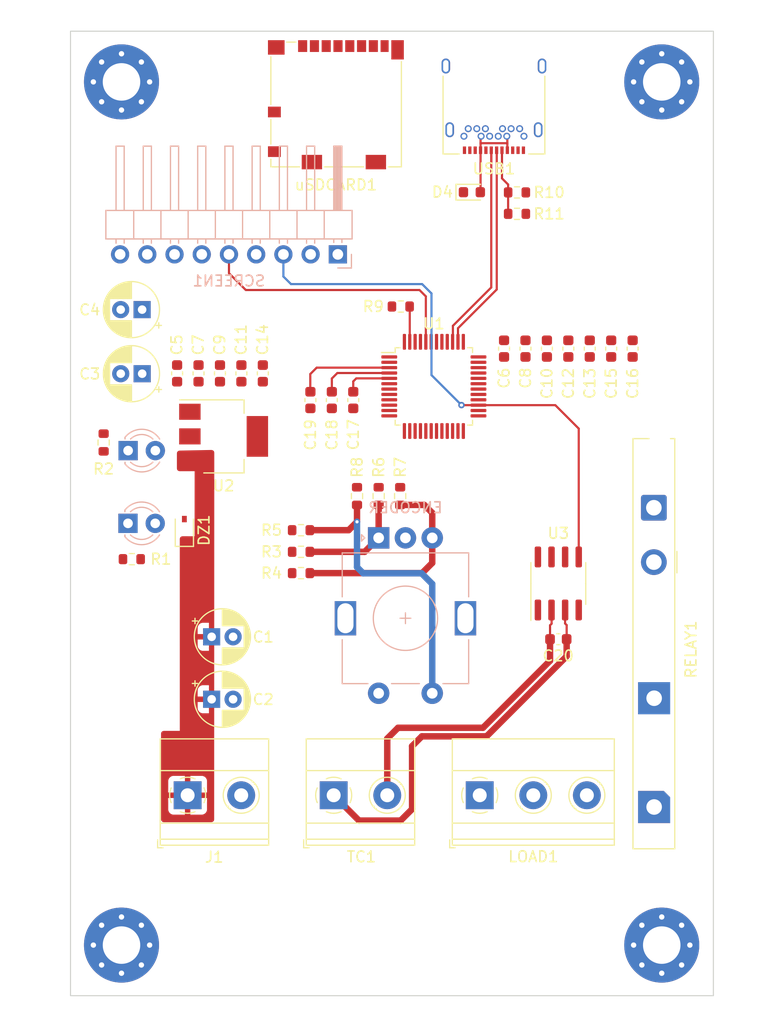
<source format=kicad_pcb>
(kicad_pcb (version 20211014) (generator pcbnew)
  (layers (0 "F.Cu" signal) (31 "B.Cu" signal) (34 "B.Paste" user) (35 "F.Paste" user) (36 "B.SilkS" user "B.Silkscreen") (37 "F.SilkS" user "F.Silkscreen") (38 "B.Mask" user) (39 "F.Mask" user) (44 "Edge.Cuts" user))
  (net 0 "")
  (net 1 "Net-(R4-Pad2)")
  (net 2 "Net-(R3-Pad2)")
  (net 3 "GND")
  (net 4 "Net-(R5-Pad2)")
  (net 5 "Net-(D2-Pad1)")
  (net 6 "Net-(D3-Pad1)")
  (net 7 "+3V3")
  (net 8 "/~{ENC_A}")
  (net 9 "/~{ENC_B}")
  (net 10 "/~{ENC_S}")
  (net 11 "Net-(R9-Pad2)")
  (net 12 "Net-(R10-Pad2)")
  (net 13 "/PWR")
  (net 14 "Net-(C20-Pad2)")
  (net 15 "Net-(C20-Pad1)")
  (net 16 "SCLK")
  (net 17 "/~{TH_CS}")
  (net 18 "MISO")
  (net 20 "+1V8")
  (net 28 "/SD_CS")
  (net 29 "SC_CS")
  (net 31 "MOSI")
  (net 34 "Net-(RELAY1-Pad3)")
  (net 37 "BL")
  (net 38 "DC")
  (net 39 "RES")
  (net 40 "/USB_D+")
  (net 41 "/USB_D-")
  (net 45 "/LOADL")
  (net 46 "/LOADN")
  (net 47 "Net-(D2-Pad2)")
  (net 48 "/USB_VBUS")
  (footprint "Resistor_SMD:R_0603_1608Metric" (layer "F.Cu") (at 139.51 108.58)
    (fp_text reference "R3" (at -2.75 0) (layer "F.SilkS"))
    (fp_text value "1K")
    (pad "1" smd roundrect (at -0.825 0) (size 0.8 0.95) (layers "F.Cu" "F.Paste" "F.Mask") (net 7 "+3V3"))
    (pad "2" smd roundrect (at 0.825 0) (size 0.8 0.95) (layers "F.Cu" "F.Paste" "F.Mask") (net 2 "Net-(R3-Pad2)"))
  )
  (footprint "Resistor_SMD:R_0603_1608Metric" (layer "F.Cu") (at 148.768 103.38 90)
    (fp_text reference "R7" (at 2.69 0.006 90) (layer "F.SilkS"))
    (fp_text value "10K")
    (pad "1" smd roundrect (at -0.825 0 90) (size 0.8 0.95) (layers "F.Cu" "F.Paste" "F.Mask") (net 1 "Net-(R4-Pad2)"))
    (pad "2" smd roundrect (at 0.825 0 90) (size 0.8 0.95) (layers "F.Cu" "F.Paste" "F.Mask") (net 9 "/~{ENC_B}"))
  )
  (footprint "SolidStateRelay:IXYS CPC40055ST" (layer "F.Cu") (at 168.72 117.6925 -90)
    (fp_text reference "RELAY1" (at 0 -7.1875 90 unlocked) (layer "F.SilkS"))
    (fp_text value "CPC40055ST")
    (pad "1" thru_hole roundrect (at 14.7 -3.75 270) (size 3 3) (drill 1.45) (layers *.Cu *.Mask) (roundrect_rratio 0) (chamfer_ratio 0.2) (chamfer top_left) (net 45 "/LOADL"))
    (pad "2" thru_hole rect (at 4.55 -3.75 270) (size 3 3) (drill 1.45) (layers *.Cu *.Mask) (net 46 "/LOADN"))
    (pad "3" thru_hole circle (at -8.15 -3.725 270) (size 2.4 2.4) (drill 1.45) (layers *.Cu *.Mask) (net 34 "Net-(RELAY1-Pad3)"))
    (pad "4" thru_hole roundrect (at -13.225 -3.725 270) (size 2.4 2.4) (drill 1.45) (layers *.Cu *.Mask) (roundrect_rratio 0.104) (net 3 "GND"))
  )
  (footprint "Resistor_SMD:R_0603_1608Metric" (layer "F.Cu") (at 159.67 75.0425 180)
    (fp_text reference "R10" (at -3 0) (layer "F.SilkS"))
    (fp_text value "10K")
    (pad "1" smd roundrect (at -0.825 0 180) (size 0.8 0.95) (layers "F.Cu" "F.Paste" "F.Mask") (net 3 "GND"))
    (pad "2" smd roundrect (at 0.825 0 180) (size 0.8 0.95) (layers "F.Cu" "F.Paste" "F.Mask") (net 12 "Net-(R10-Pad2)"))
  )
  (footprint "Resistor_SMD:R_0603_1608Metric" (layer "F.Cu") (at 139.51 110.57)
    (fp_text reference "R4" (at -2.75 0) (layer "F.SilkS"))
    (fp_text value "1K")
    (pad "1" smd roundrect (at -0.825 0) (size 0.8 0.95) (layers "F.Cu" "F.Paste" "F.Mask") (net 7 "+3V3"))
    (pad "2" smd roundrect (at 0.825 0) (size 0.8 0.95) (layers "F.Cu" "F.Paste" "F.Mask") (net 1 "Net-(R4-Pad2)"))
  )
  (footprint "Connector_Card:microSD_HC_Molex_104031-0811" (layer "F.Cu") (at 142.77 66.8375)
    (fp_text reference "uSDCARD1" (at 0 7.5) (layer "F.SilkS"))
    (fp_text value "Micro_SD_Card")
    (pad "1" smd rect (at -3.105 -5.45) (size 0.85 1.1) (layers "F.Cu" "F.Paste" "F.Mask"))
    (pad "2" smd rect (at -2.005 -5.45) (size 0.85 1.1) (layers "F.Cu" "F.Paste" "F.Mask") (net 28 "/SD_CS"))
    (pad "3" smd rect (at -0.905 -5.45) (size 0.85 1.1) (layers "F.Cu" "F.Paste" "F.Mask") (net 31 "MOSI"))
    (pad "4" smd rect (at 0.195 -5.45) (size 0.85 1.1) (layers "F.Cu" "F.Paste" "F.Mask") (net 7 "+3V3"))
    (pad "5" smd rect (at 1.295 -5.45) (size 0.85 1.1) (layers "F.Cu" "F.Paste" "F.Mask") (net 16 "SCLK"))
    (pad "6" smd rect (at 2.395 -5.45) (size 0.85 1.1) (layers "F.Cu" "F.Paste" "F.Mask") (net 3 "GND"))
    (pad "7" smd rect (at 3.495 -5.45) (size 0.85 1.1) (layers "F.Cu" "F.Paste" "F.Mask") (net 18 "MISO"))
    (pad "8" smd rect (at 4.545 -5.45) (size 0.75 1.1) (layers "F.Cu" "F.Paste" "F.Mask"))
    (pad "9" smd rect (at -5.74 0.7) (size 1.2 1) (layers "F.Cu" "F.Paste" "F.Mask") (net 3 "GND"))
    (pad "10" smd rect (at -5.74 4.4) (size 1.2 1) (layers "F.Cu" "F.Paste" "F.Mask"))
    (pad "11" smd rect (at -2.24 5.375) (size 1.9 1.35) (layers "F.Cu" "F.Paste" "F.Mask"))
    (pad "11" smd rect (at 3.73 5.375) (size 1.9 1.35) (layers "F.Cu" "F.Paste" "F.Mask"))
    (pad "11" smd rect (at 5.755 -5.1) (size 1.17 1.8) (layers "F.Cu" "F.Paste" "F.Mask"))
    (pad "11" smd rect (at -5.565 -5.325) (size 1.55 1.35) (layers "F.Cu" "F.Paste" "F.Mask"))
  )
  (footprint "Package_SO:SOIC-8_3.9x4.9mm_P1.27mm" (layer "F.Cu") (at 163.5275 111.535 90)
    (fp_text reference "U3" (at 4.68 0.005 180) (layer "F.SilkS"))
    (fp_text value "MAX6675ISA+")
    (pad "1" smd roundrect (at -2.475 -1.905 90) (size 1.95 0.6) (layers "F.Cu" "F.Paste" "F.Mask") (net 3 "GND"))
    (pad "2" smd roundrect (at -2.475 -0.635 90) (size 1.95 0.6) (layers "F.Cu" "F.Paste" "F.Mask") (net 14 "Net-(C20-Pad2)"))
    (pad "3" smd roundrect (at -2.475 0.635 90) (size 1.95 0.6) (layers "F.Cu" "F.Paste" "F.Mask") (net 15 "Net-(C20-Pad1)"))
    (pad "4" smd roundrect (at -2.475 1.905 90) (size 1.95 0.6) (layers "F.Cu" "F.Paste" "F.Mask") (net 7 "+3V3"))
    (pad "5" smd roundrect (at 2.475 1.905 90) (size 1.95 0.6) (layers "F.Cu" "F.Paste" "F.Mask") (net 16 "SCLK"))
    (pad "6" smd roundrect (at 2.475 0.635 90) (size 1.95 0.6) (layers "F.Cu" "F.Paste" "F.Mask") (net 17 "/~{TH_CS}"))
    (pad "7" smd roundrect (at 2.475 -0.635 90) (size 1.95 0.6) (layers "F.Cu" "F.Paste" "F.Mask") (net 18 "MISO"))
    (pad "8" smd roundrect (at 2.475 -1.905 90) (size 1.95 0.6) (layers "F.Cu" "F.Paste" "F.Mask"))
  )
  (footprint "Capacitor_SMD:C_0603_1608Metric" (layer "F.Cu") (at 168.4625 89.62 90)
    (fp_text reference "C15" (at -3.25 0 90) (layer "F.SilkS"))
    (fp_text value "100nF")
    (pad "1" smd roundrect (at -0.775 0 90) (size 0.9 0.95) (layers "F.Cu" "F.Paste" "F.Mask") (net 20 "+1V8"))
    (pad "2" smd roundrect (at 0.775 0 90) (size 0.9 0.95) (layers "F.Cu" "F.Paste" "F.Mask") (net 3 "GND"))
  )
  (footprint "MountingHole:MountingHole_3.5mm_Pad_Via" (layer "F.Cu") (at 122.76 64.73)
    (fp_text reference "REF**" hide)
    (fp_text value "MountingHole_3.5mm_Pad_Via")
    (pad "1" thru_hole circle (at 0 -2.625) (size 0.8 0.8) (drill 0.5) (layers *.Cu *.Mask))
    (pad "1" thru_hole circle (at 2.625 0) (size 0.8 0.8) (drill 0.5) (layers *.Cu *.Mask))
    (pad "1" thru_hole circle (at 1.856155 1.856155) (size 0.8 0.8) (drill 0.5) (layers *.Cu *.Mask))
    (pad "1" thru_hole circle (at -1.856155 1.856155) (size 0.8 0.8) (drill 0.5) (layers *.Cu *.Mask))
    (pad "1" thru_hole circle (at 0 0) (size 7 7) (drill 3.5) (layers *.Cu *.Mask) (net 3 "GND"))
    (pad "1" thru_hole circle (at -1.856155 -1.856155) (size 0.8 0.8) (drill 0.5) (layers *.Cu *.Mask))
    (pad "1" thru_hole circle (at 1.856155 -1.856155) (size 0.8 0.8) (drill 0.5) (layers *.Cu *.Mask))
    (pad "1" thru_hole circle (at -2.625 0) (size 0.8 0.8) (drill 0.5) (layers *.Cu *.Mask))
    (pad "1" thru_hole circle (at 0 2.625) (size 0.8 0.8) (drill 0.5) (layers *.Cu *.Mask))
  )
  (footprint "Capacitor_SMD:C_0603_1608Metric" (layer "F.Cu") (at 166.4625 89.62 90)
    (fp_text reference "C13" (at -3.25 0 90) (layer "F.SilkS"))
    (fp_text value "100nF")
    (pad "1" smd roundrect (at -0.775 0 90) (size 0.9 0.95) (layers "F.Cu" "F.Paste" "F.Mask") (net 20 "+1V8"))
    (pad "2" smd roundrect (at 0.775 0 90) (size 0.9 0.95) (layers "F.Cu" "F.Paste" "F.Mask") (net 3 "GND"))
  )
  (footprint "Capacitor_SMD:C_0603_1608Metric" (layer "F.Cu") (at 135.95 91.93 90)
    (fp_text reference "C14" (at 3.14 -0.03 90) (layer "F.SilkS"))
    (fp_text value "100nF")
    (pad "1" smd roundrect (at -0.775 0 90) (size 0.9 0.95) (layers "F.Cu" "F.Paste" "F.Mask") (net 7 "+3V3"))
    (pad "2" smd roundrect (at 0.775 0 90) (size 0.9 0.95) (layers "F.Cu" "F.Paste" "F.Mask") (net 3 "GND"))
  )
  (footprint "MountingHole:MountingHole_3.5mm_Pad_Via" (layer "F.Cu") (at 173.18 64.73)
    (fp_text reference "REF**" hide)
    (fp_text value "MountingHole_3.5mm_Pad_Via")
    (pad "1" thru_hole circle (at -2.625 0) (size 0.8 0.8) (drill 0.5) (layers *.Cu *.Mask))
    (pad "1" thru_hole circle (at -1.856155 -1.856155) (size 0.8 0.8) (drill 0.5) (layers *.Cu *.Mask))
    (pad "1" thru_hole circle (at 0 0) (size 7 7) (drill 3.5) (layers *.Cu *.Mask) (net 3 "GND"))
    (pad "1" thru_hole circle (at -1.856155 1.856155) (size 0.8 0.8) (drill 0.5) (layers *.Cu *.Mask))
    (pad "1" thru_hole circle (at 0 2.625) (size 0.8 0.8) (drill 0.5) (layers *.Cu *.Mask))
    (pad "1" thru_hole circle (at 2.625 0) (size 0.8 0.8) (drill 0.5) (layers *.Cu *.Mask))
    (pad "1" thru_hole circle (at 0 -2.625) (size 0.8 0.8) (drill 0.5) (layers *.Cu *.Mask))
    (pad "1" thru_hole circle (at 1.856155 1.856155) (size 0.8 0.8) (drill 0.5) (layers *.Cu *.Mask))
    (pad "1" thru_hole circle (at 1.856155 -1.856155) (size 0.8 0.8) (drill 0.5) (layers *.Cu *.Mask))
  )
  (footprint "Resistor_SMD:R_0603_1608Metric" (layer "F.Cu") (at 144.74 103.38 90)
    (fp_text reference "R8" (at 2.69 0.006 90) (layer "F.SilkS"))
    (fp_text value "10K")
    (pad "1" smd roundrect (at -0.825 0 90) (size 0.8 0.95) (layers "F.Cu" "F.Paste" "F.Mask") (net 4 "Net-(R5-Pad2)"))
    (pad "2" smd roundrect (at 0.825 0 90) (size 0.8 0.95) (layers "F.Cu" "F.Paste" "F.Mask") (net 10 "/~{ENC_S}"))
  )
  (footprint "TerminalBlock_Phoenix:TerminalBlock_Phoenix_MKDS-1,5-2_1x02_P5.00mm_Horizontal" (layer "F.Cu") (at 128.9325 131.2975)
    (fp_text reference "J1" (at 2.48 5.775) (layer "F.SilkS"))
    (fp_text value "Jack-DC")
    (pad "1" thru_hole rect (at 0 0) (size 2.6 2.6) (drill 1.3) (layers *.Cu *.Mask) (net 13 "/PWR"))
    (pad "2" thru_hole circle (at 5 0) (size 2.6 2.6) (drill 1.3) (layers *.Cu *.Mask) (net 3 "GND"))
  )
  (footprint "Capacitor_SMD:C_0603_1608Metric" (layer "F.Cu") (at 162.4625 89.62 90)
    (fp_text reference "C10" (at -3.25 0 90) (layer "F.SilkS"))
    (fp_text value "100nF")
    (pad "1" smd roundrect (at -0.775 0 90) (size 0.9 0.95) (layers "F.Cu" "F.Paste" "F.Mask") (net 20 "+1V8"))
    (pad "2" smd roundrect (at 0.775 0 90) (size 0.9 0.95) (layers "F.Cu" "F.Paste" "F.Mask") (net 3 "GND"))
  )
  (footprint "Resistor_SMD:R_0603_1608Metric" (layer "F.Cu") (at 139.51 106.562)
    (fp_text reference "R5" (at -2.75 0) (layer "F.SilkS"))
    (fp_text value "1K")
    (pad "1" smd roundrect (at -0.825 0) (size 0.8 0.95) (layers "F.Cu" "F.Paste" "F.Mask") (net 7 "+3V3"))
    (pad "2" smd roundrect (at 0.825 0) (size 0.8 0.95) (layers "F.Cu" "F.Paste" "F.Mask") (net 4 "Net-(R5-Pad2)"))
  )
  (footprint "TerminalBlock_Phoenix:TerminalBlock_Phoenix_MKDS-1,5-3_1x03_P5.00mm_Horizontal" (layer "F.Cu") (at 156.1925 131.2975)
    (fp_text reference "LOAD1" (at 5 5.73) (layer "F.SilkS"))
    (fp_text value "Conn_01x03")
    (pad "1" thru_hole rect (at 0 0) (size 2.6 2.6) (drill 1.3) (layers *.Cu *.Mask) (net 45 "/LOADL"))
    (pad "2" thru_hole circle (at 5 0) (size 2.6 2.6) (drill 1.3) (layers *.Cu *.Mask))
    (pad "3" thru_hole circle (at 10 0) (size 2.6 2.6) (drill 1.3) (layers *.Cu *.Mask) (net 46 "/LOADN"))
  )
  (footprint "Resistor_SMD:R_0603_1608Metric" (layer "F.Cu") (at 123.7225 109.265)
    (fp_text reference "R1" (at 2.715 0) (layer "F.SilkS"))
    (fp_text value "10K")
    (pad "1" smd roundrect (at -0.825 0) (size 0.8 0.95) (layers "F.Cu" "F.Paste" "F.Mask") (net 5 "Net-(D2-Pad1)"))
    (pad "2" smd roundrect (at 0.825 0) (size 0.8 0.95) (layers "F.Cu" "F.Paste" "F.Mask") (net 3 "GND"))
  )
  (footprint "Capacitor_THT:CP_Radial_D5.0mm_P2.00mm" (layer "F.Cu") (at 131.174888 122.34)
    (fp_text reference "C2" (at 4.815112 0.02) (layer "F.SilkS"))
    (fp_text value "1uF")
    (pad "1" thru_hole rect (at 0 0) (size 1.6 1.6) (drill 0.8) (layers *.Cu *.Mask) (net 13 "/PWR"))
    (pad "2" thru_hole circle (at 2 0) (size 1.6 1.6) (drill 0.8) (layers *.Cu *.Mask) (net 3 "GND"))
  )
  (footprint "Capacitor_SMD:C_0603_1608Metric" (layer "F.Cu") (at 142.39 94.42 -90)
    (fp_text reference "C18" (at 3.25 0 -270) (layer "F.SilkS"))
    (fp_text value "10nF")
    (pad "1" smd roundrect (at -0.775 0 270) (size 0.9 0.95) (layers "F.Cu" "F.Paste" "F.Mask") (net 8 "/~{ENC_A}"))
    (pad "2" smd roundrect (at 0.775 0 270) (size 0.9 0.95) (layers "F.Cu" "F.Paste" "F.Mask") (net 3 "GND"))
  )
  (footprint "Package_TO_SOT_SMD:SOT-223-3_TabPin2" (layer "F.Cu") (at 132.29 97.81)
    (fp_text reference "U2" (at 0 4.61 180) (layer "F.SilkS"))
    (fp_text value "NCP1117-3.3")
    (pad "1" smd rect (at -3.15 -2.3) (size 2 1.5) (layers "F.Cu" "F.Paste" "F.Mask") (net 3 "GND"))
    (pad "2" smd rect (at -3.15 0) (size 2 1.5) (layers "F.Cu" "F.Paste" "F.Mask") (net 7 "+3V3"))
    (pad "2" smd rect (at 3.15 0) (size 2 3.8) (layers "F.Cu" "F.Paste" "F.Mask") (net 7 "+3V3"))
    (pad "3" smd rect (at -3.15 2.3) (size 2 1.5) (layers "F.Cu" "F.Paste" "F.Mask") (net 13 "/PWR"))
  )
  (footprint "Capacitor_SMD:C_0603_1608Metric" (layer "F.Cu") (at 144.39 94.42 -90)
    (fp_text reference "C17" (at 3.225 0 -270) (layer "F.SilkS"))
    (fp_text value "10nF")
    (pad "1" smd roundrect (at -0.775 0 270) (size 0.9 0.95) (layers "F.Cu" "F.Paste" "F.Mask") (net 10 "/~{ENC_S}"))
    (pad "2" smd roundrect (at 0.775 0 270) (size 0.9 0.95) (layers "F.Cu" "F.Paste" "F.Mask") (net 3 "GND"))
  )
  (footprint "Capacitor_THT:CP_Radial_D5.0mm_P2.00mm" (layer "F.Cu") (at 131.174888 116.51)
    (fp_text reference "C1" (at 4.815112 0.02) (layer "F.SilkS"))
    (fp_text value "10uF")
    (pad "1" thru_hole rect (at 0 0) (size 1.6 1.6) (drill 0.8) (layers *.Cu *.Mask) (net 13 "/PWR"))
    (pad "2" thru_hole circle (at 2 0) (size 1.6 1.6) (drill 0.8) (layers *.Cu *.Mask) (net 3 "GND"))
  )
  (footprint "TerminalBlock_Phoenix:TerminalBlock_Phoenix_MKDS-1,5-2_1x02_P5.00mm_Horizontal" (layer "F.Cu") (at 142.5625 131.2975)
    (fp_text reference "TC1" (at 2.59 5.745) (layer "F.SilkS"))
    (fp_text value "K-Thermocouple")
    (pad "1" thru_hole rect (at 0 0) (size 2.6 2.6) (drill 1.3) (layers *.Cu *.Mask) (net 15 "Net-(C20-Pad1)"))
    (pad "2" thru_hole circle (at 5 0) (size 2.6 2.6) (drill 1.3) (layers *.Cu *.Mask) (net 14 "Net-(C20-Pad2)"))
  )
  (footprint "Capacitor_SMD:C_0603_1608Metric" (layer "F.Cu") (at 131.95 91.93 90)
    (fp_text reference "C9" (at 2.663809 -0.03 90) (layer "F.SilkS"))
    (fp_text value "100nF")
    (pad "1" smd roundrect (at -0.775 0 90) (size 0.9 0.95) (layers "F.Cu" "F.Paste" "F.Mask") (net 7 "+3V3"))
    (pad "2" smd roundrect (at 0.775 0 90) (size 0.9 0.95) (layers "F.Cu" "F.Paste" "F.Mask") (net 3 "GND"))
  )
  (footprint "Capacitor_SMD:C_0603_1608Metric" (layer "F.Cu") (at 163.53 116.735 180)
    (fp_text reference "C20" (at 0.015 -1.555) (layer "F.SilkS"))
    (fp_text value "10nF")
    (pad "1" smd roundrect (at -0.775 0 180) (size 0.9 0.95) (layers "F.Cu" "F.Paste" "F.Mask") (net 15 "Net-(C20-Pad1)"))
    (pad "2" smd roundrect (at 0.775 0 180) (size 0.9 0.95) (layers "F.Cu" "F.Paste" "F.Mask") (net 14 "Net-(C20-Pad2)"))
  )
  (footprint "Capacitor_SMD:C_0603_1608Metric" (layer "F.Cu") (at 160.4625 89.62 90)
    (fp_text reference "C8" (at -2.75 0 90) (layer "F.SilkS"))
    (fp_text value "100nF")
    (pad "1" smd roundrect (at -0.775 0 90) (size 0.9 0.95) (layers "F.Cu" "F.Paste" "F.Mask") (net 20 "+1V8"))
    (pad "2" smd roundrect (at 0.775 0 90) (size 0.9 0.95) (layers "F.Cu" "F.Paste" "F.Mask") (net 3 "GND"))
  )
  (footprint "Capacitor_SMD:C_0603_1608Metric" (layer "F.Cu") (at 170.4625 89.62 90)
    (fp_text reference "C16" (at -3.25 0 90) (layer "F.SilkS"))
    (fp_text value "100nF")
    (pad "1" smd roundrect (at -0.775 0 90) (size 0.9 0.95) (layers "F.Cu" "F.Paste" "F.Mask") (net 20 "+1V8"))
    (pad "2" smd roundrect (at 0.775 0 90) (size 0.9 0.95) (layers "F.Cu" "F.Paste" "F.Mask") (net 3 "GND"))
  )
  (footprint "Capacitor_SMD:C_0603_1608Metric" (layer "F.Cu") (at 133.95 91.93 90)
    (fp_text reference "C11" (at 3.14 -0.03 90) (layer "F.SilkS"))
    (fp_text value "100nF")
    (pad "1" smd roundrect (at -0.775 0 90) (size 0.9 0.95) (layers "F.Cu" "F.Paste" "F.Mask") (net 7 "+3V3"))
    (pad "2" smd roundrect (at 0.775 0 90) (size 0.9 0.95) (layers "F.Cu" "F.Paste" "F.Mask") (net 3 "GND"))
  )
  (footprint "Resistor_SMD:R_0603_1608Metric" (layer "F.Cu") (at 148.825 85.69)
    (fp_text reference "R9" (at -2.5625 -0.005 180) (layer "F.SilkS"))
    (fp_text value "1K")
    (pad "1" smd roundrect (at -0.825 0) (size 0.8 0.95) (layers "F.Cu" "F.Paste" "F.Mask") (net 7 "+3V3"))
    (pad "2" smd roundrect (at 0.825 0) (size 0.8 0.95) (layers "F.Cu" "F.Paste" "F.Mask") (net 11 "Net-(R9-Pad2)"))
  )
  (footprint "Capacitor_THT:CP_Radial_D5.0mm_P2.00mm" (layer "F.Cu") (at 124.69 91.96 180)
    (fp_text reference "C3" (at 4.89 -0.02) (layer "F.SilkS"))
    (fp_text value "1uF")
    (pad "1" thru_hole rect (at 0 0 180) (size 1.6 1.6) (drill 0.8) (layers *.Cu *.Mask) (net 7 "+3V3"))
    (pad "2" thru_hole circle (at 2 0 180) (size 1.6 1.6) (drill 0.8) (layers *.Cu *.Mask) (net 3 "GND"))
  )
  (footprint "Capacitor_SMD:C_0603_1608Metric" (layer "F.Cu") (at 164.4625 89.62 90)
    (fp_text reference "C12" (at -3.25 0 90) (layer "F.SilkS"))
    (fp_text value "100nF")
    (pad "1" smd roundrect (at -0.775 0 90) (size 0.9 0.95) (layers "F.Cu" "F.Paste" "F.Mask") (net 20 "+1V8"))
    (pad "2" smd roundrect (at 0.775 0 90) (size 0.9 0.95) (layers "F.Cu" "F.Paste" "F.Mask") (net 3 "GND"))
  )
  (footprint "Diode_SMD:D_0603_1608Metric" (layer "F.Cu") (at 155.46 75.0225)
    (fp_text reference "D4" (at -2.75 -0.01) (layer "F.SilkS"))
    (fp_text value "D")
    (pad "1" smd roundrect (at -0.7875 0) (size 0.875 0.95) (layers "F.Cu" "F.Paste" "F.Mask") (net 7 "+3V3"))
    (pad "2" smd roundrect (at 0.7875 0) (size 0.875 0.95) (layers "F.Cu" "F.Paste" "F.Mask") (net 48 "/USB_VBUS"))
  )
  (footprint "Resistor_SMD:R_0603_1608Metric" (layer "F.Cu") (at 121.0925 98.38 90)
    (fp_text reference "R2" (at -2.47 -0.0025 180) (layer "F.SilkS"))
    (fp_text value "1K")
    (pad "1" smd roundrect (at -0.825 0 90) (size 0.8 0.95) (layers "F.Cu" "F.Paste" "F.Mask") (net 6 "Net-(D3-Pad1)"))
    (pad "2" smd roundrect (at 0.825 0 90) (size 0.8 0.95) (layers "F.Cu" "F.Paste" "F.Mask") (net 3 "GND"))
  )
  (footprint "Connector_USB:USB_C_Receptacle_Amphenol_12401548E4-2A" (layer "F.Cu") (at 157.52 66.0875 180)
    (fp_text reference "USB1" (at 0 -6.75) (layer "F.SilkS"))
    (fp_text value "USB_C_Plug_USB2.0")
    (pad "" np_thru_hole oval (at 3.6 -4.36 180) (size 0.95 0.65) (drill oval 0.95 0.65) (layers *.Cu *.Mask))
    (pad "" np_thru_hole circle (at -3.6 -4.36 180) (size 0.65 0.65) (drill 0.65) (layers *.Cu *.Mask))
    (pad "A1" smd rect (at -2.75 -5.02 180) (size 0.3 0.7) (layers "F.Cu" "F.Paste" "F.Mask") (net 3 "GND"))
    (pad "A2" smd rect (at -2.25 -5.02 180) (size 0.3 0.7) (layers "F.Cu" "F.Paste" "F.Mask"))
    (pad "A3" smd rect (at -1.75 -5.02 180) (size 0.3 0.7) (layers "F.Cu" "F.Paste" "F.Mask"))
    (pad "A4" smd rect (at -1.25 -5.02 180) (size 0.3 0.7) (layers "F.Cu" "F.Paste" "F.Mask") (net 48 "/USB_VBUS"))
    (pad "A5" smd rect (at -0.75 -5.02 180) (size 0.3 0.7) (layers "F.Cu" "F.Paste" "F.Mask") (net 12 "Net-(R10-Pad2)"))
    (pad "A6" smd rect (at -0.25 -5.02 180) (size 0.3 0.7) (layers "F.Cu" "F.Paste" "F.Mask") (net 40 "/USB_D+"))
    (pad "A7" smd rect (at 0.25 -5.02 180) (size 0.3 0.7) (layers "F.Cu" "F.Paste" "F.Mask") (net 41 "/USB_D-"))
    (pad "A8" smd rect (at 0.75 -5.02 180) (size 0.3 0.7) (layers "F.Cu" "F.Paste" "F.Mask"))
    (pad "A9" smd rect (at 1.25 -5.02 180) (size 0.3 0.7) (layers "F.Cu" "F.Paste" "F.Mask") (net 48 "/USB_VBUS"))
    (pad "A10" smd rect (at 1.75 -5.02 180) (size 0.3 0.7) (layers "F.Cu" "F.Paste" "F.Mask"))
    (pad "A11" smd rect (at 2.25 -5.02 180) (size 0.3 0.7) (layers "F.Cu" "F.Paste" "F.Mask"))
    (pad "A12" smd rect (at 2.75 -5.02 180) (size 0.3 0.7) (layers "F.Cu" "F.Paste" "F.Mask") (net 3 "GND"))
    (pad "B1" thru_hole circle (at 2.8 -3.71 180) (size 0.65 0.65) (drill 0.4) (layers *.Cu *.Mask) (net 3 "GND"))
    (pad "B2" thru_hole circle (at 2.4 -3.01 180) (size 0.65 0.65) (drill 0.4) (layers *.Cu *.Mask))
    (pad "B3" thru_hole circle (at 1.6 -3.01 180) (size 0.65 0.65) (drill 0.4) (layers *.Cu *.Mask))
    (pad "B4" thru_hole circle (at 1.2 -3.71 180) (size 0.65 0.65) (drill 0.4) (layers *.Cu *.Mask) (net 48 "/USB_VBUS"))
    (pad "B5" thru_hole circle (at 0.8 -3.01 180) (size 0.65 0.65) (drill 0.4) (layers *.Cu *.Mask))
    (pad "B6" thru_hole circle (at 0.4 -3.71 180) (size 0.65 0.65) (drill 0.4) (layers *.Cu *.Mask))
    (pad "B7" thru_hole circle (at -0.4 -3.71 180) (size 0.65 0.65) (drill 0.4) (layers *.Cu *.Mask))
    (pad "B8" thru_hole circle (at -0.8 -3.01 180) (size 0.65 0.65) (drill 0.4) (layers *.Cu *.Mask))
    (pad "B9" thru_hole circle (at -1.2 -3.71 180) (size 0.65 0.65) (drill 0.4) (layers *.Cu *.Mask) (net 48 "/USB_VBUS"))
    (pad "B10" thru_hole circle (at -1.6 -3.01 180) (size 0.65 0.65) (drill 0.4) (layers *.Cu *.Mask))
    (pad "B11" thru_hole circle (at -2.4 -3.01 180) (size 0.65 0.65) (drill 0.4) (layers *.Cu *.Mask))
    (pad "B12" thru_hole circle (at -2.8 -3.71 180) (size 0.65 0.65) (drill 0.4) (layers *.Cu *.Mask) (net 3 "GND"))
    (pad "S1" thru_hole oval (at 4.49 2.84 180) (size 0.8 1.4) (drill oval 0.5 1.1) (layers *.Cu *.Mask))
    (pad "S1" thru_hole oval (at -4.49 2.84 180) (size 0.8 1.4) (drill oval 0.5 1.1) (layers *.Cu *.Mask))
    (pad "S1" thru_hole oval (at -4.13 -3.11 180) (size 0.8 1.4) (drill oval 0.5 1.1) (layers *.Cu *.Mask))
    (pad "S1" thru_hole oval (at 4.13 -3.11 180) (size 0.8 1.4) (drill oval 0.5 1.1) (layers *.Cu *.Mask))
  )
  (footprint "MountingHole:MountingHole_3.5mm_Pad_Via" (layer "F.Cu") (at 122.76 145.28)
    (fp_text reference "REF**" hide)
    (fp_text value "MountingHole_3.5mm_Pad_Via")
    (pad "1" thru_hole circle (at -1.856155 -1.856155) (size 0.8 0.8) (drill 0.5) (layers *.Cu *.Mask))
    (pad "1" thru_hole circle (at 0 2.625) (size 0.8 0.8) (drill 0.5) (layers *.Cu *.Mask))
    (pad "1" thru_hole circle (at -1.856155 1.856155) (size 0.8 0.8) (drill 0.5) (layers *.Cu *.Mask))
    (pad "1" thru_hole circle (at 1.856155 -1.856155) (size 0.8 0.8) (drill 0.5) (layers *.Cu *.Mask))
    (pad "1" thru_hole circle (at 0 0) (size 7 7) (drill 3.5) (layers *.Cu *.Mask) (net 3 "GND"))
    (pad "1" thru_hole circle (at 1.856155 1.856155) (size 0.8 0.8) (drill 0.5) (layers *.Cu *.Mask))
    (pad "1" thru_hole circle (at 0 -2.625) (size 0.8 0.8) (drill 0.5) (layers *.Cu *.Mask))
    (pad "1" thru_hole circle (at 2.625 0) (size 0.8 0.8) (drill 0.5) (layers *.Cu *.Mask))
    (pad "1" thru_hole circle (at -2.625 0) (size 0.8 0.8) (drill 0.5) (layers *.Cu *.Mask))
  )
  (footprint "Capacitor_SMD:C_0603_1608Metric" (layer "F.Cu") (at 127.95 91.93 90)
    (fp_text reference "C5" (at 2.663809 -0.03 90) (layer "F.SilkS"))
    (fp_text value "100nF")
    (pad "1" smd roundrect (at -0.775 0 90) (size 0.9 0.95) (layers "F.Cu" "F.Paste" "F.Mask") (net 7 "+3V3"))
    (pad "2" smd roundrect (at 0.775 0 90) (size 0.9 0.95) (layers "F.Cu" "F.Paste" "F.Mask") (net 3 "GND"))
  )
  (footprint "Diode_SMD:D_SOD-323" (layer "F.Cu") (at 128.6275 106.575 90)
    (fp_text reference "DZ1" (at 0.01 1.835 90) (layer "F.SilkS"))
    (fp_text value "BZX38450-C18X")
    (pad "1" smd rect (at -1.05 0 90) (size 0.6 0.45) (layers "F.Cu" "F.Paste" "F.Mask") (net 13 "/PWR"))
    (pad "2" smd rect (at 1.05 0 90) (size 0.6 0.45) (layers "F.Cu" "F.Paste" "F.Mask") (net 47 "Net-(D2-Pad2)"))
  )
  (footprint "Capacitor_SMD:C_0603_1608Metric" (layer "F.Cu") (at 140.39 94.42 -90)
    (fp_text reference "C19" (at 3.25 0 -270) (layer "F.SilkS"))
    (fp_text value "10nF")
    (pad "1" smd roundrect (at -0.775 0 270) (size 0.9 0.95) (layers "F.Cu" "F.Paste" "F.Mask") (net 9 "/~{ENC_B}"))
    (pad "2" smd roundrect (at 0.775 0 270) (size 0.9 0.95) (layers "F.Cu" "F.Paste" "F.Mask") (net 3 "GND"))
  )
  (footprint "Package_QFP:TQFP-48_7x7mm_P0.5mm" (layer "F.Cu") (at 151.9125 93.145)
    (fp_text reference "U1" (at 0 -5.85) (layer "F.SilkS"))
    (fp_text value "AT32UC3B0256")
    (pad "1" smd roundrect (at -4.1625 -2.75) (size 1.475 0.3) (layers "F.Cu" "F.Paste" "F.Mask") (net 3 "GND"))
    (pad "2" smd roundrect (at -4.1625 -2.25) (size 1.475 0.3) (layers "F.Cu" "F.Paste" "F.Mask"))
    (pad "3" smd roundrect (at -4.1625 -1.75) (size 1.475 0.3) (layers "F.Cu" "F.Paste" "F.Mask") (net 9 "/~{ENC_B}"))
    (pad "4" smd roundrect (at -4.1625 -1.25) (size 1.475 0.3) (layers "F.Cu" "F.Paste" "F.Mask") (net 8 "/~{ENC_A}"))
    (pad "5" smd roundrect (at -4.1625 -0.75) (size 1.475 0.3) (layers "F.Cu" "F.Paste" "F.Mask") (net 10 "/~{ENC_S}"))
    (pad "6" smd roundrect (at -4.1625 -0.25) (size 1.475 0.3) (layers "F.Cu" "F.Paste" "F.Mask") (net 20 "+1V8"))
    (pad "7" smd roundrect (at -4.1625 0.25) (size 1.475 0.3) (layers "F.Cu" "F.Paste" "F.Mask"))
    (pad "8" smd roundrect (at -4.1625 0.75) (size 1.475 0.3) (layers "F.Cu" "F.Paste" "F.Mask"))
    (pad "9" smd roundrect (at -4.1625 1.25) (size 1.475 0.3) (layers "F.Cu" "F.Paste" "F.Mask"))
    (pad "10" smd roundrect (at -4.1625 1.75) (size 1.475 0.3) (layers "F.Cu" "F.Paste" "F.Mask"))
    (pad "11" smd roundrect (at -4.1625 2.25) (size 1.475 0.3) (layers "F.Cu" "F.Paste" "F.Mask"))
    (pad "12" smd roundrect (at -4.1625 2.75) (size 1.475 0.3) (layers "F.Cu" "F.Paste" "F.Mask"))
    (pad "13" smd roundrect (at -2.75 4.1625) (size 0.3 1.475) (layers "F.Cu" "F.Paste" "F.Mask") (net 3 "GND"))
    (pad "14" smd roundrect (at -2.25 4.1625) (size 0.3 1.475) (layers "F.Cu" "F.Paste" "F.Mask") (net 7 "+3V3"))
    (pad "15" smd roundrect (at -1.75 4.1625) (size 0.3 1.475) (layers "F.Cu" "F.Paste" "F.Mask") (net 7 "+3V3"))
    (pad "16" smd roundrect (at -1.25 4.1625) (size 0.3 1.475) (layers "F.Cu" "F.Paste" "F.Mask") (net 20 "+1V8"))
    (pad "17" smd roundrect (at -0.75 4.1625) (size 0.3 1.475) (layers "F.Cu" "F.Paste" "F.Mask") (net 7 "+3V3"))
    (pad "18" smd roundrect (at -0.25 4.1625) (size 0.3 1.475) (layers "F.Cu" "F.Paste" "F.Mask") (net 20 "+1V8"))
    (pad "19" smd roundrect (at 0.25 4.1625) (size 0.3 1.475) (layers "F.Cu" "F.Paste" "F.Mask") (net 3 "GND"))
    (pad "20" smd roundrect (at 0.75 4.1625) (size 0.3 1.475) (layers "F.Cu" "F.Paste" "F.Mask"))
    (pad "21" smd roundrect (at 1.25 4.1625) (size 0.3 1.475) (layers "F.Cu" "F.Paste" "F.Mask") (net 17 "/~{TH_CS}"))
    (pad "22" smd roundrect (at 1.75 4.1625) (size 0.3 1.475) (layers "F.Cu" "F.Paste" "F.Mask") (net 28 "/SD_CS"))
    (pad "23" smd roundrect (at 2.25 4.1625) (size 0.3 1.475) (layers "F.Cu" "F.Paste" "F.Mask") (net 29 "SC_CS"))
    (pad "24" smd roundrect (at 2.75 4.1625) (size 0.3 1.475) (layers "F.Cu" "F.Paste" "F.Mask") (net 20 "+1V8"))
    (pad "25" smd roundrect (at 4.1625 2.75) (size 1.475 0.3) (layers "F.Cu" "F.Paste" "F.Mask"))
    (pad "26" smd roundrect (at 4.1625 2.25) (size 1.475 0.3) (layers "F.Cu" "F.Paste" "F.Mask") (net 31 "MOSI"))
    (pad "27" smd roundrect (at 4.1625 1.75) (size 1.475 0.3) (layers "F.Cu" "F.Paste" "F.Mask") (net 16 "SCLK"))
    (pad "28" smd roundrect (at 4.1625 1.25) (size 1.475 0.3) (layers "F.Cu" "F.Paste" "F.Mask"))
    (pad "29" smd roundrect (at 4.1625 0.75) (size 1.475 0.3) (layers "F.Cu" "F.Paste" "F.Mask"))
    (pad "30" smd roundrect (at 4.1625 0.25) (size 1.475 0.3) (layers "F.Cu" "F.Paste" "F.Mask") (net 34 "Net-(RELAY1-Pad3)"))
    (pad "31" smd roundrect (at 4.1625 -0.25) (size 1.475 0.3) (layers "F.Cu" "F.Paste" "F.Mask"))
    (pad "32" smd roundrect (at 4.1625 -0.75) (size 1.475 0.3) (layers "F.Cu" "F.Paste" "F.Mask"))
    (pad "33" smd roundrect (at 4.1625 -1.25) (size 1.475 0.3) (layers "F.Cu" "F.Paste" "F.Mask") (net 37 "BL"))
    (pad "34" smd roundrect (at 4.1625 -1.75) (size 1.475 0.3) (layers "F.Cu" "F.Paste" "F.Mask") (net 38 "DC"))
    (pad "35" smd roundrect (at 4.1625 -2.25) (size 1.475 0.3) (layers "F.Cu" "F.Paste" "F.Mask") (net 39 "RES"))
    (pad "36" smd roundrect (at 4.1625 -2.75) (size 1.475 0.3) (layers "F.Cu" "F.Paste" "F.Mask") (net 20 "+1V8"))
    (pad "37" smd roundrect (at 2.75 -4.1625) (size 0.3 1.475) (layers "F.Cu" "F.Paste" "F.Mask") (net 3 "GND"))
    (pad "38" smd roundrect (at 2.25 -4.1625) (size 0.3 1.475) (layers "F.Cu" "F.Paste" "F.Mask") (net 40 "/USB_D+"))
    (pad "39" smd roundrect (at 1.75 -4.1625) (size 0.3 1.475) (layers "F.Cu" "F.Paste" "F.Mask") (net 41 "/USB_D-"))
    (pad "40" smd roundrect (at 1.25 -4.1625) (size 0.3 1.475) (layers "F.Cu" "F.Paste" "F.Mask") (net 7 "+3V3"))
    (pad "41" smd roundrect (at 0.75 -4.1625) (size 0.3 1.475) (layers "F.Cu" "F.Paste" "F.Mask") (net 20 "+1V8"))
    (pad "42" smd roundrect (at 0.25 -4.1625) (size 0.3 1.475) (layers "F.Cu" "F.Paste" "F.Mask") (net 20 "+1V8"))
    (pad "43" smd roundrect (at -0.25 -4.1625) (size 0.3 1.475) (layers "F.Cu" "F.Paste" "F.Mask"))
    (pad "44" smd roundrect (at -0.75 -4.1625) (size 0.3 1.475) (layers "F.Cu" "F.Paste" "F.Mask") (net 18 "MISO"))
    (pad "45" smd roundrect (at -1.25 -4.1625) (size 0.3 1.475) (layers "F.Cu" "F.Paste" "F.Mask"))
    (pad "46" smd roundrect (at -1.75 -4.1625) (size 0.3 1.475) (layers "F.Cu" "F.Paste" "F.Mask"))
    (pad "47" smd roundrect (at -2.25 -4.1625) (size 0.3 1.475) (layers "F.Cu" "F.Paste" "F.Mask") (net 11 "Net-(R9-Pad2)"))
    (pad "48" smd roundrect (at -2.75 -4.1625) (size 0.3 1.475) (layers "F.Cu" "F.Paste" "F.Mask") (net 20 "+1V8"))
  )
  (footprint "MountingHole:MountingHole_3.5mm_Pad_Via" (layer "F.Cu") (at 173.18 145.28)
    (fp_text reference "REF**" hide)
    (fp_text value "MountingHole_3.5mm_Pad_Via")
    (pad "1" thru_hole circle (at 2.625 0) (size 0.8 0.8) (drill 0.5) (layers *.Cu *.Mask))
    (pad "1" thru_hole circle (at 0 0) (size 7 7) (drill 3.5) (layers *.Cu *.Mask) (net 3 "GND"))
    (pad "1" thru_hole circle (at 0 2.625) (size 0.8 0.8) (drill 0.5) (layers *.Cu *.Mask))
    (pad "1" thru_hole circle (at 1.856155 -1.856155) (size 0.8 0.8) (drill 0.5) (layers *.Cu *.Mask))
    (pad "1" thru_hole circle (at -2.625 0) (size 0.8 0.8) (drill 0.5) (layers *.Cu *.Mask))
    (pad "1" thru_hole circle (at 1.856155 1.856155) (size 0.8 0.8) (drill 0.5) (layers *.Cu *.Mask))
    (pad "1" thru_hole circle (at -1.856155 -1.856155) (size 0.8 0.8) (drill 0.5) (layers *.Cu *.Mask))
    (pad "1" thru_hole circle (at 0 -2.625) (size 0.8 0.8) (drill 0.5) (layers *.Cu *.Mask))
    (pad "1" thru_hole circle (at -1.856155 1.856155) (size 0.8 0.8) (drill 0.5) (layers *.Cu *.Mask))
  )
  (footprint "Capacitor_THT:CP_Radial_D5.0mm_P2.00mm" (layer "F.Cu") (at 124.685113 85.98 180)
    (fp_text reference "C4" (at 4.89 -0.02) (layer "F.SilkS"))
    (fp_text value "10uF")
    (pad "1" thru_hole rect (at 0 0 180) (size 1.6 1.6) (drill 0.8) (layers *.Cu *.Mask) (net 7 "+3V3"))
    (pad "2" thru_hole circle (at 2 0 180) (size 1.6 1.6) (drill 0.8) (layers *.Cu *.Mask) (net 3 "GND"))
  )
  (footprint "Resistor_SMD:R_0603_1608Metric" (layer "F.Cu") (at 146.76 103.38 90)
    (fp_text reference "R6" (at 2.69 0.006 90) (layer "F.SilkS"))
    (fp_text value "10K")
    (pad "1" smd roundrect (at -0.825 0 90) (size 0.8 0.95) (layers "F.Cu" "F.Paste" "F.Mask") (net 2 "Net-(R3-Pad2)"))
    (pad "2" smd roundrect (at 0.825 0 90) (size 0.8 0.95) (layers "F.Cu" "F.Paste" "F.Mask") (net 8 "/~{ENC_A}"))
  )
  (footprint "Capacitor_SMD:C_0603_1608Metric" (layer "F.Cu") (at 158.4625 89.62 90)
    (fp_text reference "C6" (at -2.75 0 90) (layer "F.SilkS"))
    (fp_text value "100nF")
    (pad "1" smd roundrect (at -0.775 0 90) (size 0.9 0.95) (layers "F.Cu" "F.Paste" "F.Mask") (net 20 "+1V8"))
    (pad "2" smd roundrect (at 0.775 0 90) (size 0.9 0.95) (layers "F.Cu" "F.Paste" "F.Mask") (net 3 "GND"))
  )
  (footprint "Resistor_SMD:R_0603_1608Metric" (layer "F.Cu") (at 159.67 77.0425 180)
    (fp_text reference "R11" (at -3 0) (layer "F.SilkS"))
    (fp_text value "10K")
    (pad "1" smd roundrect (at -0.825 0 180) (size 0.8 0.95) (layers "F.Cu" "F.Paste" "F.Mask") (net 3 "GND"))
    (pad "2" smd roundrect (at 0.825 0 180) (size 0.8 0.95) (layers "F.Cu" "F.Paste" "F.Mask") (net 12 "Net-(R10-Pad2)"))
  )
  (footprint "Capacitor_SMD:C_0603_1608Metric" (layer "F.Cu") (at 129.95 91.93 90)
    (fp_text reference "C7" (at 2.663809 -0.03 90) (layer "F.SilkS"))
    (fp_text value "100nF")
    (pad "1" smd roundrect (at -0.775 0 90) (size 0.9 0.95) (layers "F.Cu" "F.Paste" "F.Mask") (net 7 "+3V3"))
    (pad "2" smd roundrect (at 0.775 0 90) (size 0.9 0.95) (layers "F.Cu" "F.Paste" "F.Mask") (net 3 "GND"))
  )
  (footprint "Connector_PinHeader_2.54mm:PinHeader_1x09_P2.54mm_Horizontal" (layer "B.Cu") (at 142.95 80.825 90)
    (fp_text reference "SCREEN1" (at -2.48 -10.17) (layer "B.SilkS") (effects (justify mirror)))
    (fp_text value "Conn_01x09")
    (pad "1" thru_hole rect (at 0 0 90) (size 1.7 1.7) (drill 1) (layers *.Cu *.Mask) (net 7 "+3V3"))
    (pad "2" thru_hole oval (at 0 -2.54 90) (size 1.7 1.7) (drill 1) (layers *.Cu *.Mask) (net 3 "GND"))
    (pad "3" thru_hole oval (at 0 -5.08 90) (size 1.7 1.7) (drill 1) (layers *.Cu *.Mask) (net 16 "SCLK"))
    (pad "4" thru_hole oval (at 0 -7.62 90) (size 1.7 1.7) (drill 1) (layers *.Cu *.Mask) (net 31 "MOSI"))
    (pad "5" thru_hole oval (at 0 -10.16 90) (size 1.7 1.7) (drill 1) (layers *.Cu *.Mask) (net 18 "MISO"))
    (pad "6" thru_hole oval (at 0 -12.7 90) (size 1.7 1.7) (drill 1) (layers *.Cu *.Mask) (net 29 "SC_CS"))
    (pad "7" thru_hole oval (at 0 -15.24 90) (size 1.7 1.7) (drill 1) (layers *.Cu *.Mask) (net 39 "RES"))
    (pad "8" thru_hole oval (at 0 -17.78 90) (size 1.7 1.7) (drill 1) (layers *.Cu *.Mask) (net 38 "DC"))
    (pad "9" thru_hole oval (at 0 -20.32 90) (size 1.7 1.7) (drill 1) (layers *.Cu *.Mask) (net 37 "BL"))
  )
  (footprint "LED_THT:LED_D3.0mm_Clear" (layer "B.Cu") (at 123.3775 99.135)
    (fp_text reference "D3" hide)
    (fp_text value "GREEN")
    (pad "1" thru_hole rect (at 0 0) (size 1.8 1.8) (drill 0.9) (layers *.Cu *.Mask) (net 6 "Net-(D3-Pad1)"))
    (pad "2" thru_hole circle (at 2.54 0) (size 1.8 1.8) (drill 0.9) (layers *.Cu *.Mask) (net 7 "+3V3"))
  )
  (footprint "Rotary_Encoder:RotaryEncoder_Alps_EC11E-Switch_Vertical_H20mm" (layer "B.Cu") (at 146.76 107.28 -90)
    (fp_text reference "SW1" hide)
    (fp_text value "RotaryEncoder_Switch")
    (pad "A" thru_hole rect (at 0 0 270) (size 2 2) (drill 1) (layers *.Cu *.Mask) (net 2 "Net-(R3-Pad2)"))
    (pad "B" thru_hole circle (at 0 -5 270) (size 2 2) (drill 1) (layers *.Cu *.Mask) (net 1 "Net-(R4-Pad2)"))
    (pad "C" thru_hole circle (at 0 -2.5 270) (size 2 2) (drill 1) (layers *.Cu *.Mask) (net 3 "GND"))
    (pad "MP" thru_hole rect (at 7.5 3.1 270) (size 3.2 2) (drill oval 2.8 1.5) (layers *.Cu *.Mask))
    (pad "MP" thru_hole rect (at 7.5 -8.1 270) (size 3.2 2) (drill oval 2.8 1.5) (layers *.Cu *.Mask))
    (pad "S1" thru_hole circle (at 14.5 -5 270) (size 2 2) (drill 1) (layers *.Cu *.Mask) (net 4 "Net-(R5-Pad2)"))
    (pad "S2" thru_hole circle (at 14.5 0 270) (size 2 2) (drill 1) (layers *.Cu *.Mask) (net 3 "GND"))
  )
  (footprint "LED_THT:LED_D3.0mm" (layer "B.Cu") (at 123.3675 105.925)
    (fp_text reference "D2" hide)
    (fp_text value "RED")
    (pad "1" thru_hole rect (at 0 0) (size 1.8 1.8) (drill 0.9) (layers *.Cu *.Mask) (net 5 "Net-(D2-Pad1)"))
    (pad "2" thru_hole circle (at 2.54 0) (size 1.8 1.8) (drill 0.9) (layers *.Cu *.Mask) (net 47 "Net-(D2-Pad2)"))
  )
  (gr_rect (start 118 60) (end 178 150) (layer "Edge.Cuts") (width 0.1) (fill none))
  (gr_text "ENCODER" (at 149.26 104.46) (layer "B.SilkS") (effects (font (size 1 1)) (justify mirror)))
  (segment (start 151.015 104.205) (end 151.76 104.95) (width 0.6) (layer "F.Cu") (net 1))
  (segment (start 148.768 104.205) (end 151.015 104.205) (width 0.6) (layer "F.Cu") (net 1))
  (segment (start 151.76 109.62) (end 151.76 107.28) (width 0.6) (layer "F.Cu") (net 1))
  (segment (start 140.335 110.57) (end 150.81 110.57) (width 0.6) (layer "F.Cu") (net 1))
  (segment (start 150.81 110.57) (end 151.76 109.62) (width 0.6) (layer "F.Cu") (net 1))
  (segment (start 151.76 104.95) (end 151.76 107.28) (width 0.6) (layer "F.Cu") (net 1))
  (segment (start 145.46 108.58) (end 146.76 107.28) (width 0.6) (layer "F.Cu") (net 2))
  (segment (start 146.77 107.27) (end 146.76 107.28) (width 0.6) (layer "F.Cu") (net 2))
  (segment (start 146.76 104.205) (end 146.76 107.28) (width 0.6) (layer "F.Cu") (net 2))
  (segment (start 140.335 108.58) (end 145.46 108.58) (width 0.6) (layer "F.Cu") (net 2))
  (segment (start 144.74 105.78) (end 144.74 104.205) (width 0.6) (layer "F.Cu") (net 4))
  (segment (start 140.335 106.562) (end 143.958 106.562) (width 0.6) (layer "F.Cu") (net 4))
  (segment (start 143.958 106.562) (end 144.74 105.78) (width 0.6) (layer "F.Cu") (net 4))
  (via (at 144.74 105.78) (size 0.6) (drill 0.3) (layers "F.Cu" "B.Cu") (net 4))
  (segment (start 144.74 105.78) (end 144.74 110.01) (width 0.6) (layer "B.Cu") (net 4))
  (segment (start 145.31 110.58) (end 150.76 110.58) (width 0.6) (layer "B.Cu") (net 4))
  (segment (start 151.76 111.58) (end 151.76 121.78) (width 0.6) (layer "B.Cu") (net 4))
  (segment (start 144.74 110.01) (end 145.31 110.58) (width 0.6) (layer "B.Cu") (net 4))
  (segment (start 150.76 110.58) (end 151.76 111.58) (width 0.6) (layer "B.Cu") (net 4))
  (segment (start 147.75 91.895) (end 142.905 91.895) (width 0.2) (layer "F.Cu") (net 8))
  (segment (start 142.39 92.41) (end 142.39 93.645) (width 0.2) (layer "F.Cu") (net 8))
  (segment (start 142.905 91.895) (end 142.39 92.41) (width 0.2) (layer "F.Cu") (net 8))
  (segment (start 140.38 93.635) (end 140.39 93.645) (width 0.2) (layer "F.Cu") (net 9))
  (segment (start 140.975 91.395) (end 140.38 91.99) (width 0.2) (layer "F.Cu") (net 9))
  (segment (start 140.38 91.99) (end 140.38 93.635) (width 0.2) (layer "F.Cu") (net 9))
  (segment (start 147.75 91.395) (end 140.975 91.395) (width 0.2) (layer "F.Cu") (net 9))
  (segment (start 147.75 92.395) (end 144.675 92.395) (width 0.2) (layer "F.Cu") (net 10))
  (segment (start 144.675 92.395) (end 144.39 92.68) (width 0.2) (layer "F.Cu") (net 10))
  (segment (start 144.39 92.68) (end 144.39 93.645) (width 0.2) (layer "F.Cu") (net 10))
  (segment (start 149.66 88.98) (end 149.6625 88.9825) (width 0.2) (layer "F.Cu") (net 11))
  (segment (start 149.6625 85.7025) (end 149.65 85.69) (width 0.2) (layer "F.Cu") (net 11))
  (segment (start 149.6625 88.9825) (end 149.6625 85.7025) (width 0.2) (layer "F.Cu") (net 11))
  (segment (start 158.845 75.0425) (end 158.845 77.0425) (width 0.2) (layer "F.Cu") (net 12))
  (segment (start 158.845 75.0425) (end 158.845 74.3075) (width 0.2) (layer "F.Cu") (net 12))
  (segment (start 158.845 74.3075) (end 158.27 73.7325) (width 0.2) (layer "F.Cu") (net 12))
  (segment (start 158.27 73.7325) (end 158.27 71.1075) (width 0.2) (layer "F.Cu") (net 12))
  (segment (start 162.9 114.0175) (end 162.8925 114.01) (width 0.2) (layer "F.Cu") (net 14))
  (segment (start 147.5625 126.0075) (end 148.57 125) (width 0.6) (layer "F.Cu") (net 14))
  (segment (start 162.755 115.435) (end 162.9 115.29) (width 0.2) (layer "F.Cu") (net 14))
  (segment (start 148.57 125) (end 156.5 125) (width 0.6) (layer "F.Cu") (net 14))
  (segment (start 147.5625 131.2975) (end 147.5625 126.0075) (width 0.6) (layer "F.Cu") (net 14))
  (segment (start 162.9 115.29) (end 162.9 114.0175) (width 0.2) (layer "F.Cu") (net 14))
  (segment (start 156.5 125) (end 162.755 118.745) (width 0.6) (layer "F.Cu") (net 14))
  (segment (start 162.755 118.745) (end 162.755 116.735) (width 0.6) (layer "F.Cu") (net 14))
  (segment (start 162.755 116.735) (end 162.755 115.435) (width 0.2) (layer "F.Cu") (net 14))
  (segment (start 149.88 126.71) (end 150.79048 125.79952) (width 0.6) (layer "F.Cu") (net 15))
  (segment (start 142.5625 131.2975) (end 144.925 133.66) (width 0.6) (layer "F.Cu") (net 15))
  (segment (start 144.925 133.66) (end 148.81 133.66) (width 0.6) (layer "F.Cu") (net 15))
  (segment (start 156.831172 125.79952) (end 164.305 118.325692) (width 0.6) (layer "F.Cu") (net 15))
  (segment (start 148.81 133.66) (end 149.88 132.59) (width 0.6) (layer "F.Cu") (net 15))
  (segment (start 164.305 115.415) (end 164.1625 115.2725) (width 0.2) (layer "F.Cu") (net 15))
  (segment (start 164.1625 115.2725) (end 164.1625 114.01) (width 0.2) (layer "F.Cu") (net 15))
  (segment (start 164.305 116.735) (end 164.305 115.415) (width 0.2) (layer "F.Cu") (net 15))
  (segment (start 164.305 118.325692) (end 164.305 116.735) (width 0.6) (layer "F.Cu") (net 15))
  (segment (start 150.79048 125.79952) (end 156.831172 125.79952) (width 0.6) (layer "F.Cu") (net 15))
  (segment (start 149.88 132.59) (end 149.88 126.71) (width 0.6) (layer "F.Cu") (net 15))
  (segment (start 156.075 94.895) (end 154.495 94.895) (width 0.2) (layer "F.Cu") (net 16))
  (segment (start 154.495 94.895) (end 154.49 94.89) (width 0.2) (layer "F.Cu") (net 16))
  (segment (start 163.245 94.895) (end 156.075 94.895) (width 0.2) (layer "F.Cu") (net 16))
  (segment (start 165.4325 97.0825) (end 163.245 94.895) (width 0.2) (layer "F.Cu") (net 16))
  (segment (start 165.4325 109.06) (end 165.4325 97.0825) (width 0.2) (layer "F.Cu") (net 16))
  (via (at 154.49 94.89) (size 0.6) (drill 0.3) (layers "F.Cu" "B.Cu") (net 16))
  (segment (start 150.82 83.6) (end 138.58 83.6) (width 0.2) (layer "B.Cu") (net 16))
  (segment (start 138.58 83.6) (end 137.87 82.89) (width 0.2) (layer "B.Cu") (net 16))
  (segment (start 154.49 94.89) (end 151.69 92.09) (width 0.2) (layer "B.Cu") (net 16))
  (segment (start 151.69 84.47) (end 150.82 83.6) (width 0.2) (layer "B.Cu") (net 16))
  (segment (start 151.69 92.09) (end 151.69 84.47) (width 0.2) (layer "B.Cu") (net 16))
  (segment (start 137.87 82.89) (end 137.87 80.825) (width 0.2) (layer "B.Cu") (net 16))
  (segment (start 132.79 82.58) (end 134.36 84.15) (width 0.2) (layer "F.Cu") (net 18))
  (segment (start 151.1625 84.7425) (end 151.1625 88.9825) (width 0.2) (layer "F.Cu") (net 18))
  (segment (start 150.57 84.15) (end 151.1625 84.7425) (width 0.2) (layer "F.Cu") (net 18))
  (segment (start 132.79 80.825) (end 132.79 82.58) (width 0.2) (layer "F.Cu") (net 18))
  (segment (start 134.36 84.15) (end 150.57 84.15) (width 0.2) (layer "F.Cu") (net 18))
  (segment (start 157.78 84.1) (end 157.78 71.1175) (width 0.2) (layer "F.Cu") (net 40))
  (segment (start 154.1625 87.7175) (end 157.78 84.1) (width 0.2) (layer "F.Cu") (net 40))
  (segment (start 157.78 71.1175) (end 157.77 71.1075) (width 0.2) (layer "F.Cu") (net 40))
  (segment (start 154.1625 88.9825) (end 154.1625 87.7175) (width 0.2) (layer "F.Cu") (net 40))
  (segment (start 153.687499 87.492501) (end 157.27 83.91) (width 0.2) (layer "F.Cu") (net 41))
  (segment (start 153.6625 88.9825) (end 153.687499 88.957501) (width 0.2) (layer "F.Cu") (net 41))
  (segment (start 157.28 71.1175) (end 157.28 72.215) (width 0.2) (layer "F.Cu") (net 41))
  (segment (start 153.687499 88.957501) (end 153.687499 87.492501) (width 0.2) (layer "F.Cu") (net 41))
  (segment (start 157.27 83.91) (end 157.27 71.1075) (width 0.2) (layer "F.Cu") (net 41))
  (segment (start 157.27 71.1075) (end 157.28 71.1175) (width 0.2) (layer "F.Cu") (net 41))
  (segment (start 156.27 70.4525) (end 156.27 69.8475) (width 0.2) (layer "F.Cu") (net 48))
  (segment (start 158.77 71.1075) (end 158.77 70.4925) (width 0.2) (layer "F.Cu") (net 48))
  (segment (start 158.77 70.4925) (end 158.77 69.8475) (width 0.2) (layer "F.Cu") (net 48))
  (segment (start 156.27 71.1075) (end 156.27 75) (width 0.2) (layer "F.Cu") (net 48))
  (segment (start 156.27 69.8475) (end 156.32 69.7975) (width 0.2) (layer "F.Cu") (net 48))
  (segment (start 156.27 70.4525) (end 158.77 70.4525) (width 0.2) (layer "F.Cu") (net 48))
  (segment (start 156.27 71.1075) (end 156.27 70.4525) (width 0.2) (layer "F.Cu") (net 48))
  (segment (start 158.77 69.8475) (end 158.72 69.7975) (width 0.2) (layer "F.Cu") (net 48))
  (zone (net 13) (net_name "/PWR") (layer "F.Cu") (connect_pads thru_hole_only (clearance 0.5)) (min_thickness 0.2) (fill yes (thermal_gap 0.508) (thermal_bridge_width 0.508) (smoothing fillet) (radius 0.25))
    (polygon (pts (xy 127.93 99.14) (xy 131.420027 99.070046) (xy 131.410027 133.810046) (xy 126.451036 133.810122) (xy 126.450485 125.290114) (xy 128.2 125.29) (xy 128.198269 107.126807) (xy 129.58 107.13) (xy 129.585842 101.057173) (xy 127.93 101.06)))
  )
)
</source>
